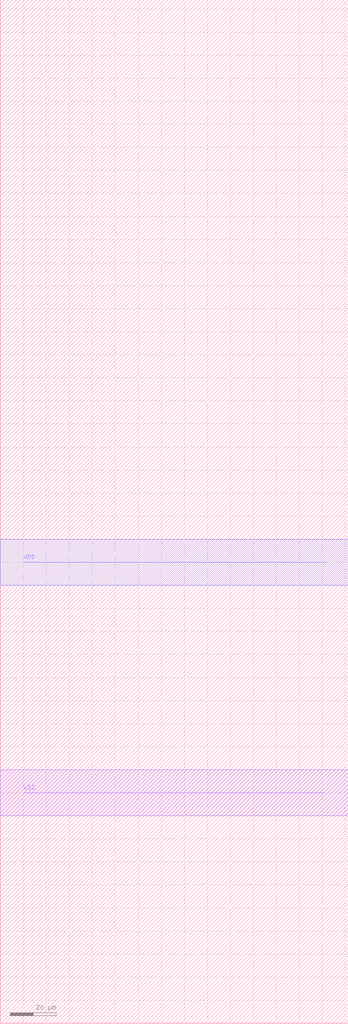
<source format=lef>
MACRO IN1X
 class pad ;
 FOREIGN IN1X ;
 SIZE 151.2 BY 444 ;
 SYMMETRY X ;
 SITE IOX ;
 PIN Z DIRECTION OUTPUT ;
   PORT
   LAYER M1 ;
      PATH 61.6 444 72.8 444 ;
   END
 END Z
PIN PO
   DIRECTION OUTPUT ;
   PORT
     LAYER M1 ;
     PATH 78.4 444 84.0 444 ;
   END
  END PO
  PIN A
   DIRECTION INPUT ;
   PORT
      LAYER M1 ;
      PATH 95.2 444 100.8 444 ;
   END
   END A
  PIN PI
   DIRECTION INPUT ;
   PORT
   LAYER M1 ;
   PATH 106.4 444 112 444 ;
  END
 END PI
 PIN VDD
    DIRECTION INOUT ;
    SHAPE ABUTMENT ;
    PORT
      LAYER M2 ;
      WIDTH 20 ;
      PATH 10 200 141.2 200 ;
    END
 END VDD
 PIN VSS
 DIRECTION INOUT ;
 SHAPE ABUTMENT ;
 PORT
   LAYER M1 ;
   WIDTH 20 ;
   PATH 10 100 141.2 100 ;
 END
END VSS
END IN1X 

</source>
